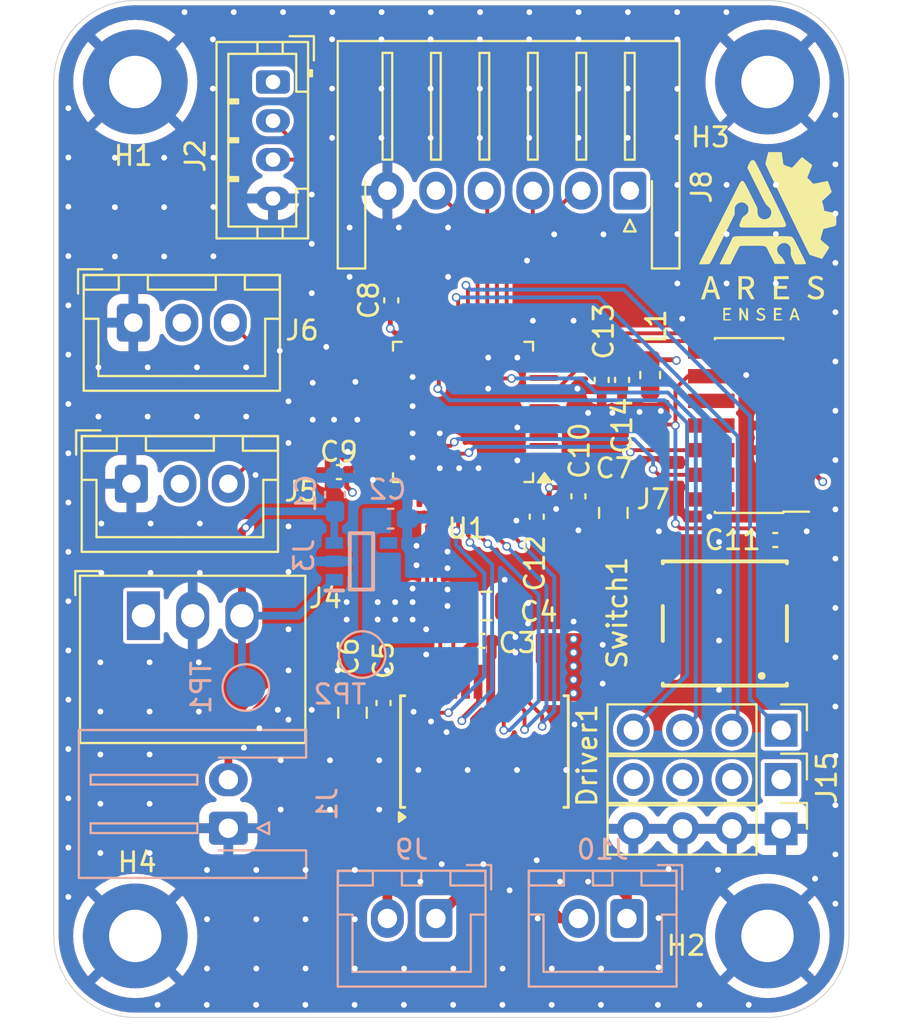
<source format=kicad_pcb>
(kicad_pcb (version 20240108) (generator "pcbnew") (generator_version "8.0")
  (title_block (comment 1 "Les deux erreurs DRC sont normales  : on prendra des pinheader 3x4 "))
  (layers (0 "F.Cu" signal) (1 "In1.Cu" signal) (2 "In2.Cu" signal) (31 "B.Cu" signal) (34 "B.Paste" user) (35 "F.Paste" user) (36 "B.SilkS" user "B.Silkscreen") (37 "F.SilkS" user "F.Silkscreen") (38 "B.Mask" user) (39 "F.Mask" user) (44 "Edge.Cuts" user))
  (net 0 "")
  (net 1 "GND")
  (net 2 "+5V")
  (net 3 "+3.3V")
  (net 4 "+7.5V")
  (net 5 "NRST")
  (net 6 "+3.3VA")
  (net 7 "AIN2")
  (net 8 "BIN2")
  (net 9 "BO2")
  (net 10 "AO1")
  (net 11 "BO1")
  (net 12 "PWMA")
  (net 13 "AIN1")
  (net 14 "BIN1")
  (net 15 "AO2")
  (net 16 "STBY")
  (net 17 "PWMB")
  (net 18 "Triger")
  (net 19 "Echo")
  (net 20 "PWM_Servo2")
  (net 21 "PWM_Servo1")
  (net 23 "SWCLK")
  (net 25 "SWDIO")
  (net 27 "STLINK_TX")
  (net 30 "STLINK_RX")
  (net 31 "IR_2")
  (net 32 "IR_4")
  (net 33 "IR_1")
  (net 34 "IR_3")
  (net 38 "GPIO4")
  (net 40 "GPIO2")
  (net 45 "GPIO1")
  (net 51 "GPIO3")
  (footprint "Connector_PinHeader_2.54mm:PinHeader_1x04_P2.54mm_Vertical" (layer "F.Cu") (at 147.7 80.08 -90)
    (property "Reference" "J14" (hide yes))
    (property "Value" "Conn_01x04")
  )
  (footprint "MountingHole:MountingHole_2.7mm_M2.5_Pad" (layer "F.Cu") (at 147 85.6)
    (property "Reference" "H2")
    (property "Value" "MountingHole_Pad")
  )
  (footprint "Capacitor_SMD:C_0402_1005Metric" (layer "F.Cu") (at 147.4 65.2)
    (property "Reference" "C11")
    (property "Value" "10n")
  )
  (footprint "Connector_PinHeader_1.27mm:PinHeader_2x07_P1.27mm_Vertical_SMD" (layer "F.Cu") (at 146.05 59.3 180)
    (property "Reference" "J7")
    (property "Value" "Conn_ST_STDC14")
  )
  (footprint "Connector_JST:JST_PH_B4B-PH-K_1x04_P2.00mm_Vertical" (layer "F.Cu") (at 121.5 41.6 -90)
    (property "Reference" "J2")
    (property "Value" "Conn_01x04")
  )
  (footprint "Connector_PinHeader_2.54mm:PinHeader_1x04_P2.54mm_Vertical" (layer "F.Cu") (at 147.7 77.54 -90)
    (property "Reference" "J15")
    (property "Value" "Conn_01x04")
  )
  (footprint "boutonSMD_wurth430471025826:430471025826" (layer "F.Cu") (at 144.8 69.5 180)
    (property "Reference" "Switch1")
    (property "Value" "430471025826")
    (property "VALUE" "430471025826" (hide yes))
  )
  (footprint "Inductor_SMD:L_0603_1608Metric" (layer "F.Cu") (at 140.95 56.7 90)
    (property "Reference" "L1")
    (property "Value" "39n")
  )
  (footprint "Converter_DCDC:Converter_DCDC_RECOM_R-78B-2.0_THT" (layer "F.Cu") (at 114.82 69.1)
    (property "Reference" "J4")
    (property "Value" "R-78B5.0-2.0")
  )
  (footprint "Capacitor_SMD:C_0402_1005Metric" (layer "F.Cu") (at 137.25 62.95 -90)
    (property "Reference" "C10")
    (property "Value" "100n")
  )
  (footprint "MountingHole:MountingHole_2.7mm_M2.5_Pad" (layer "F.Cu") (at 114.4 41.6)
    (property "Reference" "H1")
    (property "Value" "MountingHole_Pad")
  )
  (footprint "Capacitor_SMD:C_0402_1005Metric" (layer "F.Cu") (at 135.1 64 -90)
    (property "Reference" "C12")
    (property "Value" "100n")
  )
  (footprint "Capacitor_SMD:C_0805_2012Metric" (layer "F.Cu") (at 132.5 68.6)
    (property "Reference" "C4")
    (property "Value" "10u")
  )
  (footprint "Package_SO:SSOP-24_5.3x8.2mm_P0.65mm" (layer "F.Cu") (at 132.4 76.1 90)
    (property "Reference" "Driver1")
    (property "Value" "TB6612FNG")
  )
  (footprint "Connector_JST:JST_XH_B3B-XH-A_1x03_P2.50mm_Vertical" (layer "F.Cu") (at 114.2 62.3)
    (property "Reference" "J5")
    (property "Value" "Conn_01x03")
  )
  (footprint "Capacitor_SMD:C_0402_1005Metric" (layer "F.Cu") (at 139.5 56.95 -90)
    (property "Reference" "C14")
    (property "Value" "1u")
  )
  (footprint "Connector_JST:JST_XH_B3B-XH-A_1x03_P2.50mm_Vertical" (layer "F.Cu") (at 114.3 54)
    (property "Reference" "J6")
    (property "Value" "Conn_01x03")
  )
  (footprint "Connector_PinHeader_2.54mm:PinHeader_1x04_P2.54mm_Vertical" (layer "F.Cu") (at 147.7 75 -90)
    (property "Reference" "J11" (hide yes))
    (property "Value" "Conn_01x04")
  )
  (footprint "Capacitor_SMD:C_0402_1005Metric" (layer "F.Cu") (at 127.2 73.6 -90)
    (property "Reference" "C5")
    (property "Value" "100n")
  )
  (footprint "Capacitor_SMD:C_0402_1005Metric" (layer "F.Cu") (at 132.3 70.4)
    (property "Reference" "C3")
    (property "Value" "100n")
  )
  (footprint "MountingHole:MountingHole_2.7mm_M2.5_Pad" (layer "F.Cu") (at 147 41.6)
    (property "Reference" "H3")
    (property "Value" "MountingHole_Pad")
  )
  (footprint "Capacitor_SMD:C_0402_1005Metric" (layer "F.Cu") (at 127.6 52.85 90)
    (property "Reference" "C8")
    (property "Value" "100n")
  )
  (footprint "Capacitor_SMD:C_0805_2012Metric" (layer "F.Cu") (at 125.6 74.1 -90)
    (property "Reference" "C6")
    (property "Value" "10u")
  )
  (footprint "logoares:logoares" (layer "F.Cu") (at 146.85 49.8)
    (property "Reference" "G***" (hide yes))
    (property "Value" "LOGO" (hide yes))
  )
  (footprint "Capacitor_SMD:C_0402_1005Metric" (layer "F.Cu") (at 124.9 61.7 180)
    (property "Reference" "C9")
    (property "Value" "100n")
  )
  (footprint "Package_QFP:LQFP-48_7x7mm_P0.5mm" (layer "F.Cu") (at 131.3 58.6 180)
    (property "Reference" "U1")
    (property "Value" "STM32L552CCTx")
  )
  (footprint "MountingHole:MountingHole_2.7mm_M2.5_Pad" (layer "F.Cu") (at 114.4 85.6)
    (property "Reference" "H4")
    (property "Value" "MountingHole_Pad")
  )
  (footprint "Connector_JST:JST_XH_S6B-XH-A-1_1x06_P2.50mm_Horizontal" (layer "F.Cu") (at 139.9 47.2 180)
    (property "Reference" "J8")
    (property "Value" "Conn_01x06")
  )
  (footprint "Capacitor_SMD:C_0402_1005Metric" (layer "F.Cu") (at 138.45 56.95 -90)
    (property "Reference" "C13")
    (property "Value" "10n")
  )
  (footprint "Capacitor_SMD:C_0805_2012Metric" (layer "F.Cu") (at 139.05 63.8 -90)
    (property "Reference" "C7")
    (property "Value" "4u7")
  )
  (footprint "TestPoint:TestPoint_Pad_D2.0mm" (layer "B.Cu") (at 126.1 71.1 180)
    (property "Reference" "TP2")
    (property "Value" "TestPoint")
  )
  (footprint "Connector_JST:JST_XH_B2B-XH-A_1x02_P2.50mm_Vertical" (layer "B.Cu") (at 129.9 84.7 180)
    (property "Reference" "J9")
    (property "Value" "Conn_01x02")
  )
  (footprint "Connector_JST:JST_XH_S2B-XH-A-1_1x02_P2.50mm_Horizontal" (layer "B.Cu") (at 119.2 80.05 90)
    (property "Reference" "J1")
    (property "Value" "Conn_01x02")
  )
  (footprint "TestPoint:TestPoint_Pad_D2.0mm" (layer "B.Cu") (at 120.1 72.8 180)
    (property "Reference" "TP1")
    (property "Value" "TestPoint")
  )
  (footprint "Connector_JST:JST_XH_B2B-XH-A_1x02_P2.50mm_Vertical" (layer "B.Cu") (at 139.75 84.7 180)
    (property "Reference" "J10")
    (property "Value" "Conn_01x02")
  )
  (footprint "BU33SD5WG-TR:SOT95P280X125-5N" (layer "B.Cu") (at 126.0625 66.3)
    (property "Reference" "J3")
    (property "Value" "BU33SD5WG-TR")
  )
  (footprint "Capacitor_SMD:C_0603_1608Metric_Pad1.08x0.95mm_HandSolder" (layer "B.Cu") (at 127.5625 64.1)
    (property "Reference" "C2")
    (property "Value" "1uF")
  )
  (footprint "Capacitor_SMD:C_0603_1608Metric_Pad1.08x0.95mm_HandSolder" (layer "B.Cu") (at 124.7 62.8625 90)
    (property "Reference" "C1")
    (property "Value" "1uF")
  )
  (gr_arc (start 110.2 41.6) (mid 111.430152 38.630152) (end 114.4 37.4) (stroke (width 0.05)) (layer "Edge.Cuts"))
  (gr_line (start 147 37.4) (end 114.4 37.4) (stroke (width 0.05)) (layer "Edge.Cuts"))
  (gr_arc (start 114.4 89.8) (mid 111.430152 88.569848) (end 110.2 85.6) (stroke (width 0.05)) (layer "Edge.Cuts"))
  (gr_line (start 114.4 89.8) (end 147 89.8) (stroke (width 0.05)) (layer "Edge.Cuts"))
  (gr_arc (start 147 37.4) (mid 149.969848 38.630152) (end 151.2 41.6) (stroke (width 0.05)) (layer "Edge.Cuts"))
  (gr_line (start 151.2 85.6) (end 151.2 41.6) (stroke (width 0.05)) (layer "Edge.Cuts"))
  (gr_arc (start 151.2 85.6) (mid 149.969848 88.569848) (end 147 89.8) (stroke (width 0.05)) (layer "Edge.Cuts"))
  (gr_line (start 110.2 41.6) (end 110.2 85.6) (stroke (width 0.05)) (layer "Edge.Cuts"))
  (via (at 150.5 71.24) (size 0.45) (drill 0.3) (layers "F.Cu" "B.Cu") (net 1))
  (via (at 150.5 61.08) (size 0.45) (drill 0.3) (layers "F.Cu" "B.Cu") (net 1))
  (via (at 125.3 69.3) (size 0.45) (drill 0.3) (layers "F.Cu" "B.Cu") (net 1))
  (via (at 123.55 57.1) (size 0.45) (drill 0.3) (layers "F.Cu" "B.Cu") (net 1))
  (via (at 132.17 39.4) (size 0.45) (drill 0.3) (layers "F.Cu" "B.Cu") (net 1))
  (via (at 134.71 41.94) (size 0.45) (drill 0.3) (layers "F.Cu" "B.Cu") (net 1))
  (via (at 124.55 39.4) (size 0.45) (drill 0.3) (layers "F.Cu" "B.Cu") (net 1))
  (via (at 129.4 71.1) (size 0.45) (drill 0.3) (layers "F.Cu" "B.Cu") (net 1))
  (via (at 135.87 89.15) (size 0.45) (drill 0.3) (layers "F.Cu" "B.Cu") (net 1))
  (via (at 128.7 60.95) (size 0.45) (drill 0.3) (layers "F.Cu" "B.Cu") (net 1))
  (via (at 118.09 89.15) (size 0.45) (drill 0.3) (layers "F.Cu" "B.Cu") (net 1))
  (via (at 113.35 48.05) (size 0.45) (drill 0.3) (layers "F.Cu" "B.Cu") (net 1))
  (via (at 133.34 87.28) (size 0.45) (drill 0.3) (layers "F.Cu" "B.Cu") (net 1))
  (via (at 110.95 53.11) (size 0.45) (drill 0.3) (layers "F.Cu" "B.Cu") (net 1))
  (via (at 120.63 89.15) (size 0.45) (drill 0.3) (layers "F.Cu" "B.Cu") (net 1))
  (via (at 130.8 87.28) (size 0.45) (drill 0.3) (layers "F.Cu" "B.Cu") (net 1))
  (via (at 138.5 70.6) (size 0.45) (drill 0.3) (layers "F.Cu" "B.Cu") (net 1))
  (via (at 110.95 55.65) (size 0.45) (drill 0.3) (layers "F.Cu" "B.Cu") (net 1))
  (via (at 122.02 38) (size 0.45) (drill 0.3) (layers "F.Cu" "B.Cu") (net 1))
  (via (at 134.72 38) (size 0.45) (drill 0.3) (layers "F.Cu" "B.Cu") (net 1))
  (via (at 130.5 65.8) (size 0.45) (drill 0.3) (layers "F.Cu" "B.Cu") (net 1))
  (via (at 123.55 59) (size 0.45) (drill 0.3) (layers "F.Cu" "B.Cu") (net 1))
  (via (at 129.63 44.48) (size 0.45) (drill 0.3) (layers "F.Cu" "B.Cu") (net 1))
  (via (at 117.68 74.04) (size 0.45) (drill 0.3) (layers "F.Cu" "B.Cu") (net 1))
  (via (at 149.02 64.75) (size 0.45) (drill 0.3) (layers "F.Cu" "B.Cu") (net 1))
  (via (at 115.89 48.05) (size 0.45) (drill 0.3) (layers "F.Cu" "B.Cu") (net 1))
  (via (at 129 77.05) (size 0.45) (drill 0.3) (layers "F.Cu" "B.Cu") (net 1))
  (via (at 137.05 74.7) (size 0.45) (drill 0.3) (layers "F.Cu" "B.Cu") (net 1))
  (via (at 122.3 74.46) (size 0.45) (drill 0.3) (layers "F.Cu" "B.Cu") (net 1))
  (via (at 112.65 64.35) (size 0.45) (drill 0.3) (layers "F.Cu" "B.Cu") (net 1))
  (via (at 112.6 74.04) (size 0.45) (drill 0.3) (layers "F.Cu" "B.Cu") (net 1))
  (via (at 130.79 89.15) (size 0.45) (drill 0.3) (layers "F.Cu" "B.Cu") (net 1))
  (via (at 130.53 51.64) (size 0.45) (drill 0.3) (layers "F.Cu" "B.Cu") (net 1))
  (via (at 135.88 87.28) (size 0.45) (drill 0.3) (layers "F.Cu" "B.Cu") (net 1))
  (via (at 123.5 47.4) (size 0.45) (drill 0.3) (layers "F.Cu" "B.Cu") (net 1))
  (via (at 115.14 81.33) (size 0.45) (drill 0.3) (layers "F.Cu" "B.Cu") (net 1))
  (via (at 136.3 82.8) (size 0.45) (drill 0.3) (layers "F.Cu" "B.Cu") (net 1))
  (via (at 125.45 49.1) (size 0.45) (drill 0.3) (layers "F.Cu" "B.Cu") (net 1))
  (via (at 110.95 75.97) (size 0.45) (drill 0.3) (layers "F.Cu" "B.Cu") (net 1))
  (via (at 122.3 64.5) (size 0.45) (drill 0.3) (layers "F.Cu" "B.Cu") (net 1))
  (via (at 128.75 74.05) (size 0.45) (drill 0.3) (layers "F.Cu" "B.Cu") (net 1))
  (via (at 144.88 38) (size 0.45) (drill 0.3) (layers "F.Cu" "B.Cu") (net 1))
  (via (at 150.5 68.7) (size 0.45) (drill 0.3) (layers "F.Cu" "B.Cu") (net 1))
  (via (at 142.35 41.95) (size 0.45) (drill 0.3) (layers "F.Cu" "B.Cu") (net 1))
  (via (at 139.79 41.94) (size 0.45) (drill 0.3) (layers "F.Cu" "B.Cu") (net 1))
  (via (at 123.18 87.28) (size 0.45) (drill 0.3) (layers "F.Cu" "B.Cu") (net 1))
  (via (at 137.25 44.48) (size 0.45) (drill 0.3) (layers "F.Cu" "B.Cu") (net 1))
  (via (at 136 49.45) (size 0.45) (drill 0.3) (layers "F.Cu" "B.Cu") (net 1))
  (via (at 134.1 59.4) (size 0.45) (drill 0.3) (layers "F.Cu" "B.Cu") (net 1))
  (via (at 118.43 48.04) (size 0.45) (drill 0.3) (layers "F.Cu" "B.Cu") (net 1))
  (via (at 138.41 89.15) (size 0.45) (drill 0.3) (layers "F.Cu" "B.Cu") (net 1))
  (via (at 124.84 71.92) (size 0.45) (drill 0.3) (layers "F.Cu" "B.Cu") (net 1))
  (via (at 122.3 71.92) (size 0.45) (drill 0.3) (layers "F.Cu" "B.Cu") (net 1))
  (via (at 112.65 66.89) (size 0.45) (drill 0.3) (layers "F.Cu" "B.Cu") (net 1))
  (via (at 131.54 77.05) (size 0.45) (drill 0.3) (layers "F.Cu" "B.Cu") (net 1))
  (via (at 137.25 39.4) (size 0.45) (drill 0.3) (layers "F.Cu" "B.Cu") (net 1))
  (via (at 125.72 84.74) (size 0.45) (drill 0.3) (layers "F.Cu" "B.Cu") (net 1))
  (via (at 150.5 73.78) (size 0.45) (drill 0.3) (layers "F.Cu" "B.Cu") (net 1))
  (via (at 115.04 56.3) (size 0.45) (drill 0.3) (layers "F.Cu" "B.Cu") (net 1))
  (via (at 118.43 50.58) (size 0.45) (drill 0.3) (layers "F.Cu" "B.Cu") (net 1))
  (via (at 150.5 81.4) (size 0.45) (drill 0.3) (layers "F.Cu" "B.Cu") (net 1))
  (via (at 149.45 82.65) (size 0.45) (drill 0.3) (layers "F.Cu" "B.Cu") (net 1))
  (via (at 150.5 43.3) (size 0.45) (drill 0.3) (layers "F.Cu" "B.Cu") (net 1))
  (via (at 110.95 83.59) (size 0.45) (drill 0.3) (layers "F.Cu" "B.Cu") (net 1))
  (via (at 144.5 67.84) (size 0.45) (drill 0.3) (layers "F.Cu" "B.Cu") (net 1))
  (via (at 123.5 52.48) (size 0.45) (drill 0.3) (layers "F.Cu" "B.Cu") (net 1))
  (via (at 150.5 76.32) (size 0.45) (drill 0.3) (layers "F.Cu" "B.Cu") (net 1))
  (via (at 147.43 51.98) (size 0.45) (drill 0.3) (layers "F.Cu" "B.Cu") (net 1))
  (via (at 130.45 75.1) (size 0.45) (drill 0.3) (layers "F.Cu" "B.Cu") (net 1))
  (via (at 112.6 78.79) (size 0.45) (drill 0.3) (layers "F.Cu" "B.Cu") (net 1))
  (via (at 136.1 63.6) (size 0.45) (drill 0.3) (layers "F.Cu" "B.Cu") (net 1))
  (via (at 144.45 82.2) (size 0.45) (drill 0.3) (layers "F.Cu" "B.Cu") (net 1))
  (via (at 117.73 66.89) (size 0.45) (drill 0.3) (layers "F.Cu" "B.Cu") (net 1))
  (via (at 150.5 78.86) (size 0.45) (drill 0.3) (layers "F.Cu" "B.Cu") (net 1))
  (via (at 134.65 68.45) (size 0.45) (drill 0.3) (layers "F.Cu" "B.Cu") (net 1))
  (via (at 113.35 50.59) (size 0.45) (drill 0.3) (layers "F.Cu" "B.Cu") (net 1))
  (via (at 139.8 38) (size 0.45) (drill 0.3) (layers "F.Cu" "B.Cu") (net 1))
  (via (at 126.98 76.55) (size 0.45) (drill 0.3) (layers "F.Cu" "B.Cu") (net 1))
  (via (at 118.1 87.28) (size 0.45) (drill 0.3) (layers "F.Cu" "B.Cu") (net 1))
  (via (at 110.95 78.51) (size 0.45) (drill 0.3) (layers "F.Cu" "B.Cu") (net 1))
  (via (at 129.1 82.8) (size 0.45) (drill 0.3) (layers "F.Cu" "B.Cu") (net 1))
  (via (at 118.43 45.5) (size 0.45) (drill 0.3) (layers "F.Cu" "B.Cu") (net 1))
  (via (at 150.5 50.92) (size 0.45) (drill 0.3) (layers "F.Cu" "B.Cu") (net 1))
  (via (at 118.1 84.74) (size 0.45) (drill 0.3) (layers "F.Cu" "B.Cu") (net 1))
  (via (at 110.95 63.27) (size 0.45) (drill 0.3) (layers "F.Cu" "B.Cu") (net 1))
  (via (at 110.95 45.49) (size 0.45) (drill 0.3) (layers "F.Cu" "B.Cu") (net 1))
  (via (at 110.95 60.73) (size 0.45) (drill 0.3) (layers "F.Cu" "B.Cu") (net 1))
  (via (at 142.35 49.44) (size 0.45) (drill 0.3) (layers "F.Cu" "B.Cu") (net 1))
  (via (at 116.94 38) (size 0.45) (drill 0.3) (layers "F.Cu" "B.Cu") (net 1))
  (via (at 127.1 38) (size 0.45) (drill 0.3) (layers "F.Cu" "B.Cu") (net 1))
  (via (at 134.08 77.05) (size 0.45) (drill 0.3) (layers "F.Cu" "B.Cu") (net 1))
  (via (at 117.58 56.3) (size 0.45) (drill 0.3) (layers "F.Cu" "B.Cu") (net 1))
  (via (at 141.38 84.68) (size 0.45) (drill 0.3) (layers "F.Cu" "B.Cu") (net 1))
  (via (at 142.35 44.45) (size 0.45) (drill 0.3) (layers "F.Cu" "B.Cu") (net 1))
  (via (at 110.95 58.19) (size 0.45) (drill 0.3) (layers "F.Cu" "B.Cu") (net 1))
  (via (at 122.3 60.2) (size 0.45) (drill 0.3) (layers "F.Cu" "B.Cu") (net 1))
  (via (at 118.1 82.2) (size 0.45) (drill 0.3) (layers "F.Cu" "B.Cu") (net 1))
  (via (at 144.89 51.98) (size 0.45) (drill 0.3) (layers "F.Cu" "B.Cu") (net 1))
  (via (at 134.05 64.2) (size 0.45) (drill 0.3) (layers "F.Cu" "B.Cu") (net 1))
  (via (at 129.63 41.94) (size 0.45) (drill 0.3) (layers "F.Cu" "B.Cu") (net 1))
  (via (at 123.17 89.15) (size 0.45) (drill 0.3) (layers "F.Cu" "B.Cu") (net 1))
  (via (at 139 58.65) (size 0.45) (drill 0.3) (layers "F.Cu" "B.Cu") (net 1))
  (via (at 120.64 82.2) (size 0.45) (drill 0.3) (layers "F.Cu" "B.Cu") (net 1))
  (via (at 110.95 70.89) (size 0.45) (drill 0.3) (layers "F.Cu" "B.Cu") (net 1))
  (via (at 150.5 83.94) (size 0.45) (drill 0.3) (layers "F.Cu" "B.Cu") (net 1))
  (via (at 115.04 58.84) (size 0.45) (drill 0.3) (layers "F.Cu" "B.Cu") (net 1))
  (via (at 122.3 66.84) (size 0.45) (drill 0.3) (layers "F.Cu" "B.Cu") (net 1))
  (via (at 125.72 82.2) (size 0.45) (drill 0.3) (layers "F.Cu" "B.Cu") (net 1))
  (via (at 127.09 41.94) (size 0.45) (drill 0.3) (layers "F.Cu" "B.Cu") (net 1))
  (via (at 141.35 89.15) (size 0.45) (drill 0.3) (layers "F.Cu" "B.Cu") (net 1))
  (via (at 128.9 65.5) (size 0.45) (drill 0.3) (layers "F.Cu" "B.Cu") (net 1))
  (via (at 128.9 66.5) (size 0.45) (drill 0.3) (layers "F.Cu" "B.Cu") (net 1))
  (via (at 125.72 87.28) (size 0.45) (drill 0.3) (layers "F.Cu" "B.Cu") (net 1))
  (via (at 150.5 56) (size 0.45) (drill 0.3) (layers "F.Cu" "B.Cu") (net 1))
  (via (at 141.5 58.55) (size 0.45) (drill 0.3) (layers "F.Cu" "B.Cu") (net 1))
  (via (at 110.95 81.05) (size 0.45) (drill 0.3) (layers "F.Cu" "B.Cu") (net 1))
  (via (at 123.18 84.74) (size 0.45) (drill 0.3) (layers "F.Cu" "B.Cu") (net 1))
  (via (at 115.89 45.5) (size 0.45) (drill 0.3) (layers "F.Cu" "B.Cu") (net 1))
  (via (at 117.58 58.84) (size 0.45) (drill 0.3) (layers "F.Cu" "B.Cu") (net 1))
  (via (at 130.53 49.1) (size 0.45) (drill 0.3) (layers "F.Cu" "B.Cu") (net 1))
  (via (at 127.09 44.48) (size 0.45) (drill 0.3) (layers "F.Cu" "B.Cu") (net 1))
  (via (at 135.15 84.7) (size 0.45) (drill 0.3) (layers "F.Cu" "B.Cu") (net 1))
  (via (at 118.4 39.4) (size 0.45) (drill 0.3) (layers "F.Cu" "B.Cu") (net 1))
  (via (at 120.12 56.3) (size 0.45) (drill 0.3) (layers "F.Cu" "B.Cu") (net 1))
  (via (at 146.03 89.15) (size 0.45) (drill 0.3) (layers "F.Cu" "B.Cu") (net 1))
  (via (at 121.75 73.95) (size 0.45) (drill 0.3) (layers "F.Cu" "B.Cu") (net 1))
  (via (at 133.7 83.25) (size 0.45) (drill 0.3) (layers "F.Cu" "B.Cu") (net 1))
  (via (at 128.7 56.8) (size 0.45) (drill 0.3) (layers "F.Cu" "B.Cu") (net 1))
  (via (at 112.5 58.84) (size 0.45) (drill 0.3) (layers "F.Cu" "B.Cu") (net 1))
  (via (at 144.89 49.44) (size 0.45) (drill 0.3) (layers "F.Cu" "B.Cu") (net 1))
  (via (at 115.19 66.89) (size 0.45) (drill 0.3) (layers "F.Cu" "B.Cu") (net 1))
  (via (at 113.35 45.5) (size 0.45) (drill 0.3) (layers "F.Cu" "B.Cu") (net 1))
  (via (at 120.64 84.74) (size 0.45) (drill 0.3) (layers "F.Cu" "B.Cu") (net 1))
  (via (at 125.71 89.15) (size 0.45) (drill 0.3) (layers "F.Cu" "B.Cu") (net 1))
  (via (at 142.6 53.8) (size 0.45) (drill 0.3) (layers "F.Cu" "B.Cu") (net 1))
  (via (at 144.89 46.9) (size 0.45) (drill 0.3) (layers "F.Cu" "B.Cu") (net 1))
  (via (at 124.44 76.55) (size 0.45) (drill 0.3) (layers "F.Cu" "B.Cu") (net 1))
  (via (at 132.1 61.5) (size 0.45) (drill 0.3) (layers "F.Cu" "B.Cu") (net 1))
  (via (at 126.98 79.09) (size 0.45) (drill 0.3) (layers "F.Cu" "B.Cu") (net 1))
  (via (at 137.2 57.4) (size 0.45) (drill 0.3) (layers "F.Cu" "B.Cu") (net 1))
  (via (at 150.5 45.84) (size 0.45) (drill 0.3) (layers "F.Cu" "B.Cu") (net 1))
  (via (at 124.25 55.25) (size 0.45) (drill 0.3) (layers "F.Cu" "B.Cu") (net 1))
  (via (at 129.65 74.55) (size 0.45) (drill 0.3) (layers "F.Cu" "B.Cu") (net 1))
  (via (at 125.45 51.64) (size 0.45) (drill 0.3) (layers "F.Cu" "B.Cu") (net 1))
  (via (at 138.54 49.45) (size 0.45) (drill 0.3) (layers "F.Cu" "B.Cu") (net 1))
  (via (at 135.1 81.7) (size 0.45) (drill 0.3) (layers "F.Cu" "B.Cu") (net 1))
  (via (at 121.85 55.45) (size 0.45) (drill 0.3) (layers "F.Cu" "B.Cu") (net 1))
  (via (at 132.6 57.4) (size 0.45) (drill 0.3) (layers "F.Cu" "B.Cu") (net 1))
  (via (at 124.55 41.94) (size 0.45) (drill 0.3) (layers "F.Cu" "B.Cu") (net 1))
  (via (at 137.25 64.7) (size 0.45) (drill 0.3) (layers "F.Cu" "B.Cu") (net 1))
  (via (at 137.75 58.65) (size 0.45) (drill 0.3) (layers "F.Cu" "B.Cu") (net 1))
  (via (at 139.79 44.48) (size 0.45) (drill 0.3) (layers "F.Cu" "B.Cu") (net 1))
  (via (at 118.4 41.94) (size 0.45) (drill 0.3) (layers "F.Cu" "B.Cu") (net 1))
  (via (at 144.5 72.92) (size 0.45) (drill 0.3) (layers "F.Cu" "B.Cu") (net 1))
  (via (at 129.64 38) (size 0.45) (drill 0.3) (layers "F.Cu" "B.Cu") (net 1))
  (via (at 122.3 58.05) (size 0.45) (drill 0.3) (layers "F.Cu" "B.Cu") (net 1))
  (via (at 147.43 49.44) (size 0.45) (drill 0.3) (layers "F.Cu" "B.Cu") (net 1))
  (via (at 142.35 39.4) (size 0.45) (drill 0.3) (layers "F.Cu" "B.Cu") (net 1))
  (via (at 134.71 39.4) (size 0.45) (drill 0.3) (layers "F.Cu" "B.Cu") (net 1))
  (via (at 150.5 48.38) (size 0.45) (drill 0.3) (layers "F.Cu" "B.Cu") (net 1))
  (via (at 130.1 59.7) (size 0.45) (drill 0.3) (layers "F.Cu" "B.Cu") (net 1))
  (via (at 127.09 39.4) (size 0.45) (drill 0.3) (layers "F.Cu" "B.Cu") (net 1))
  (via (at 134.65 69.5) (size 0.45) (drill 0.3) (layers "F.Cu" "B.Cu") (net 1))
  (via (at 124.44 79.09) (size 0.45) (drill 0.3) (layers "F.Cu" "B.Cu") (net 1))
  (via (at 122.3 69.8) (size 0.45) (drill 0.3) (layers "F.Cu" "B.Cu") (net 1))
  (via (at 115.89 50.59) (size 0.45) (drill 0.3) (layers "F.Cu" "B.Cu") (net 1))
  (via (at 145.9 56.7) (size 0.45) (drill 0.3) (layers "F.Cu" "B.Cu") (net 1))
  (via (at 123.5 73.95) (size 0.45) (drill 0.3) (layers "F.Cu" "B.Cu") (net 1))
  (via (at 137 69.4) (size 0.45) (drill 0.3) (layers "F.Cu" "B.Cu") (net 1))
  (via (at 115.55 89.15) (size 0.45) (drill 0.3) (layers "F.Cu" "B.Cu") (net 1))
  (via (at 144.5 70.38) (size 0.45) (drill 0.3) (layers "F.Cu" "B.Cu") (net 1))
  (via (at 120.6 61.85) (size 0.45) (drill 0.3) (layers "F.Cu" "B.Cu") (net 1))
  (via (at 134 70.2) (size 0.45) (drill 0.3) (layers "F.Cu" "B.Cu") (net 1))
  (via (at 123.5 49.94) (size 0.45) (drill 0.3) (layers "F.Cu" "B.Cu") (net 1))
  (via (at 142.34 38) (size 0.45) (drill 0.3) (layers "F.Cu" "B.Cu") (net 1))
  (via (at 150.5 63.62) (size 0.45) (drill 0.3) (layers "F.Cu" "B.Cu") (net 1))
  (via (at 150.5 53.46) (size 0.45) (drill 0.3) (layers "F.Cu" "B.Cu") (net 1))
  (via (at 115.14 78.79) (size 0.45) (drill 0.3) (layers "F.Cu" "B.Cu") (net 1))
  (via (at 137 53.9) (size 0.45) (drill 0.3) (layers "F.Cu" "B.Cu") (net 1))
  (via (at 124.56 38) (size 0.45) (drill 0.3) (layers "F.Cu" "B.Cu") (net 1))
  (via (at 131.1 61.5) (size 0.45) (drill 0.3) (layers "F.Cu" "B.Cu") (net 1))
  (via (at 115.14 76.25) (size 0.45) (drill 0.3) (layers "F.Cu" "B.Cu") (net 1))
  (via (at 127.99 49.1) (size 0.45) (drill 0.3) (layers "F.Cu" "B.Cu") (net 1))
  (via (at 133.33 89.15) (size 0.45) (drill 0.3) (layers "F.Cu" "B.Cu") (net 1))
  (via (at 134.1 55.8) (size 0.45) (drill 0.3) (layers "F.Cu" "B.Cu") (net 1))
  (via (at 119.48 38) (size 0.45) (drill 0.3) (layers "F.Cu" "B.Cu") (net 1))
  (via (at 110.95 65.81) (size 0.45) (drill 0.3) (layers "F.Cu" "B.Cu") (net 1))
  (via (at 128.26 87.28) (size 0.45) (drill 0.3) (layers "F.Cu" "B.Cu") (net 1))
  (via (at 110.95 68.35) (size 0.45) (drill 0.3) (layers "F.Cu" "B.Cu") (net 1))
  (via (at 132.18 38) (size 0.45) (drill 0.3) (layers "F.Cu" "B.Cu") (net 1))
  (via (at 120 75.9) (size 0.45) (drill 0.3) (layers "F.Cu" "B.Cu") (net 1))
  (via (at 134.9 53.9) (size 0.45) (drill 0.3) (layers "F.Cu" "B.Cu") (net 1))
  (via (at 110.95 50.57) (size 0.45) (drill 0.3) (layers "F.Cu" "B.Cu") (net 1))
  (via (at 112.6 71.5) (size 0.45) (drill 0.3) (layers "F.Cu" "B.Cu") (net 1))
  (via (at 141.38 87.22) (size 0.45) (drill 0.3) (layers "F.Cu" "B.Cu") (net 1))
  (via (at 125.35 60.65) (size 0.45) (drill 0.3) (layers "F.Cu" "B.Cu") (net 1))
  (via (at 134 71) (size 0.45) (drill 0.3) (layers "F.Cu" "B.Cu") (net 1))
  (via (at 120.8 74.9) (size 0.45) (drill 0.3) (layers "F.Cu" "B.Cu") (net 1))
  (via (at 147.43 46.9) (size 0.45) (drill 0.3) (layers "F.Cu" "B.Cu") (net 1))
  (via (at 137.75 82.8) (size 0.45) (drill 0.3) (layers "F.Cu" "B.Cu") (net 1))
  (via (at 125.75 57.05) (size 0.45) (drill 0.3) (layers "F.Cu" "B.Cu") (net 1))
  (via (at 130.5 66.65) (size 0.45) (drill 0.3) (layers "F.Cu" "B.Cu") (net 1))
  (via (at 115.14 71.5) (size 0.45) (drill 0.3) (layers "F.Cu" "B.Cu") (net 1))
  (via (at 138.5 72.6) (size 0.45) (drill 0.3) (layers "F.Cu" "B.Cu") (net 1))
  (via (at 124.55 44.48) (size 0.45) (drill 0.3) (layers "F.Cu" "B.Cu") (net 1))
  (via (at 120.64 87.28) (size 0.45) (drill 0.3) (layers "F.Cu" "B.Cu") (net 1))
  (via (at 124.65 59) (size 0.45) (drill 0.3) (layers "F.Cu" "B.Cu") (net 1))
  (via (at 128.7 58.3) (size 0.45) (drill 0.3) (layers "F.Cu" "B.Cu") (net 1))
  (via (at 130.2 81.9) (size 0.45) (drill 0.3) (layers "F.Cu" "B.Cu") (net 1))
  (via (at 134.6 50.8) (size 0.45) (drill 0.3) (layers "F.Cu" "B.Cu") (net 1))
  (via (at 115.19 64.35) (size 0.45) (drill 0.3) (layers "F.Cu" "B.Cu") (net 1))
  (via (at 112.6 81.33) (size 0.45) (drill 0.3) (layers "F.Cu" "B.Cu") (net 1))
  (via (at 123.18 82.2) (size 0.45) (drill 0.3) (layers "F.Cu" "B.Cu") (net 1))
  (via (at 150.5 58.54) (size 0.45) (drill 0.3) (layers "F.Cu" "B.Cu") (net 1))
  (via (at 128.7 59.7) (size 0.45) (drill 0.3) (layers "F.Cu" "B.Cu") (net 1))
  (via (at 121.9 79.09) (size 0.45) (drill 0.3) (layers "F.Cu" "B.Cu") (net 1))
  (via (at 128.25 89.15) (size 0.45) (drill 0.3) (layers "F.Cu" "B.Cu") (net 1))
  (via (at 132.35 81.9) (size 0.45) (drill 0.3) (layers "F.Cu" "B.Cu") (net 1))
  (via (at 141.9 82.15) (size 0.45) (drill 0.3) (layers "F.Cu" "B.Cu") (net 1))
  (via (at 117.73 64.35) (size 0.45) (drill 0.3) (layers "F.Cu" "B.Cu") (net 1))
  (via (at 142.35 46.9) (size 0.45) (drill 0.3) (layers "F.Cu" "B.Cu") (net 1))
  (via (at 130.1 61.5) (size 0.45) (drill 0.3) (layers "F.Cu" "B.Cu") (net 1))
  (via (at 127.38 71.92) (size 0.45) (drill 0.3) (layers "F.Cu" "B.Cu") (net 1))
  (via (at 126.65 62.1) (size 0.45) (drill 0.3) (layers "F.Cu" "B.Cu") (net 1))
  (via (at 133.45 67.25) (size 0.45) (drill 0.3) (layers "F.Cu" "B.Cu") (net 1))
  (via (at 115.14 74.04) (size 0.45) (drill 0.3) (layers "F.Cu" "B.Cu") (net 1))
  (via (at 144 64) (size 0.45) (drill 0.3) (layers "F.Cu" "B.Cu") (net 1))
  (via (at 134.1 61.1) (size 0.45) (drill 0.3) (layers "F.Cu" "B.Cu") (net 1))
  (via (at 143.49 89.15) (size 0.45) (drill 0.3) (layers "F.Cu" "B.Cu") (net 1))
  (via (at 132.6 55.8) (size 0.45) (drill 0.3) (layers "F.Cu" "B.Cu") (net 1))
  (via (at 141.4 64.75) (size 0.45) (drill 0.3) (layers "F.Cu" "B.Cu") (net 1))
  (via (at 142.35 51.98) (size 0.45) (drill 0.3) (layers "F.Cu" "B.Cu") (net 1))
  (via (at 121.9 76.55) (size 0.45) (drill 0.3) (layers "F.Cu" "B.Cu") (net 1))
  (via (at 132.17 44.48) (size 0.45) (drill 0.3) (layers "F.Cu" "B.Cu") (net 1))
  (via (at 137.25 41.94) (size 0.45) (drill 0.3) (layers "F.Cu" "B.Cu") (net 1))
  (via (at 132.17 41.94) (size 0.45) (drill 0.3) (layers "F.Cu" "B.Cu") (net 1))
  (via (at 129.63 39.4) (size 0.45) (drill 0.3) (layers "F.Cu" "B.Cu") (net 1))
  (via (at 117.68 71.5) (size 0.45) (drill 0.3) (layers "F.Cu" "B.Cu") (net 1))
  (via (at 120.12 58.84) (size 0.45) (drill 0.3) (layers "F.Cu" "B.Cu") (net 1))
  (via (at 138.42 87.28) (size 0.45) (drill 0.3) (layers "F.Cu" "B.Cu") (net 1))
  (via (at 110.95 48.03) (size 0.45) (drill 0.3) (layers "F.Cu" "B.Cu") (net 1))
  (via (at 110.95 42.95) (size 0.45) (drill 0.3) (layers "F.Cu" "B.Cu") (net 1))
  (via (at 150.5 66.16) (size 0.45) (drill 0.3) (layers "F.Cu" "B.Cu") (net 1))
  (via (at 112.5 56.3) (size 0.45) (drill 0.3) (layers "F.Cu" "B.Cu") (net 1))
  (via (at 134.71 44.48) (size 0.45) (drill 0.3) (layers "F.Cu" "B.Cu") (net 1))
  (via (at 137.26 38) (size 0.45) (drill 0.3) (layers "F.Cu" "B.Cu") (net 1))
  (via (at 125.85 59) (size 0.45) (drill 0.3) (layers "F.Cu" "B.Cu") (net 1))
  (via (at 136.62 77.05) (size 0.45) (drill 0.3) (layers "F.Cu" "B.Cu") (net 1))
  (via (at 112.6 76.25) (size 0.45) (drill 0.3) (layers "F.Cu" "B.Cu") (net 1))
  (via (at 139.79 39.4) (size 0.45) (drill 0.3) (layers "F.Cu" "B.Cu") (net 1))
  (via (at 140.4 58.6) (size 0.45) (drill 0.3) (layers "F.Cu" "B.Cu") (net 1))
  (via (at 144.5 65.3) (size 0.45) (drill 0.3) (layers "F.Cu" "B.Cu") (net 1))
  (via (at 110.95 73.43) (size 0.45) (drill 0.3) (layers "F.Cu" "B.Cu") (net 1))
  (via (at 125.3 68.4) (size 0.45) (drill 0.3) (layers "F.Cu" "B.Cu") (net 1))
  (segment (start 120.1 64.55) (end 119.9 64.75) (width 0.4) (layer "F.Cu") (net 2))
  (segment (start 119.9 64.75) (end 119.9 69.1) (width 0.4) (layer "F.Cu") (net 2))
  (via (at 120.1 64.55) (size 0.45) (drill 0.3) (layers "F.Cu" "B.Cu") (net 2))
  (segment (start 119.9 72.6) (end 120.1 72.8) (width 0.4) (layer "B.Cu") (net 2))
  (segment (start 122.8125 69.1) (end 124.6625 67.25) (width 0.4) (layer "B.Cu") (net 2))
  (segment (start 120.925 63.725) (end 120.1 64.55) (width 0.4) (layer "B.Cu") (net 2))
  (segment (start 124.6625 63.7625) (end 124.7 63.725) (width 0.4) (layer "B.Cu") (net 2))
  (segment (start 124.7 63.725) (end 120.925 63.725) (width 0.4) (layer "B.Cu") (net 2))
  (segment (start 119.9 69.1) (end 119.9 72.6) (width 0.4) (layer "B.Cu") (net 2))
  (segment (start 119.9 69.1) (end 122.8125 69.1) (width 0.4) (layer "B.Cu") (net 2))
  (segment (start 124.6625 65.35) (end 124.6625 63.7625) (width 0.4) (layer "B.Cu") (net 2))
  (segment (start 130.500001 68.600001) (end 131.549999 68.600001) (width 0.3) (layer "F.Cu") (net 3))
  (segment (start 125.38 61.7) (end 125.73 61.35) (width 0.25) (layer "F.Cu") (net 3))
  (segment (start 134.8075 63.52) (end 134.05 62.7625) (width 0.25) (layer "F.Cu") (net 3))
  (segment (start 142.3 55.95) (end 142.2625 55.9125) (width 0.25) (layer "F.Cu") (net 3))
  (segment (start 131.55 68.6) (end 131.55 70.13) (width 0.3) (layer "F.Cu") (net 3))
  (segment (start 131.425 70.795) (end 131.425 72.5) (width 0.3) (layer "F.Cu") (net 3))
  (segment (start 127.55 53.38) (end 127.6 53.33) (width 0.25) (layer "F.Cu") (net 3))
  (segment (start 131.55 70.13) (end 131.82 70.4) (width 0.3) (layer "F.Cu") (net 3))
  (segment (start 125.6 62.75) (end 125.3 62.45) (width 0.25) (layer "F.Cu") (net 3))
  (segment (start 135.75 62.87) (end 135.1 63.52) (width 0.25) (layer "F.Cu") (net 3))
  (segment (start 135.75 62.5) (end 135.75 61.6375) (width 0.25) (layer "F.Cu") (net 3))
  (segment (start 127.8 54.55) (end 128.4375 54.55) (width 0.25) (layer "F.Cu") (net 3))
  (segment (start 142.2625 55.9125) (end 140.95 55.9125) (width 0.25) (layer "F.Cu") (net 3))
  (segment (start 149.85 62.2) (end 149.49 61.84) (width 0.25) (layer "F.Cu") (net 3))
  (segment (start 137.22 62.5) (end 137.25 62.47) (width 0.25) (layer "F.Cu") (net 3))
  (segment (start 125.73 61.35) (end 127.1375 61.35) (width 0.25) (layer "F.Cu") (net 3))
  (segment (start 127.55 54.3) (end 127.8 54.55) (width 0.25) (layer "F.Cu") (net 3))
  (segment (start 135.75 62.5) (end 137.22 62.5) (width 0.25) (layer "F.Cu") (net 3))
  (segment (start 138.67 62.47) (end 139.05 62.85) (width 0.25) (layer "F.Cu") (net 3))
  (segment (start 135.75 61.6375) (end 135.4625 61.35) (width 0.25) (layer "F.Cu") (net 3))
  (segment (start 135.1 63.52) (end 134.8075 63.52) (width 0.25) (layer "F.Cu") (net 3))
  (segment (start 149.49 61.84) (end 148 61.84) (width 0.25) (layer "F.Cu") (net 3))
  (segment (start 127.55 54.3) (end 127.55 53.38) (width 0.25) (layer "F.Cu") (net 3))
  (segment (start 125.3 62.45) (end 125.3 61.78) (width 0.25) (layer "F.Cu") (net 3))
  (segment (start 135.75 62.5) (end 135.75 62.87) (width 0.25) (layer "F.Cu") (net 3))
  (segment (start 125.3 61.78) (end 125.38 61.7) (width 0.25) (layer "F.Cu") (net 3))
  (segment (start 128.4375 54.55) (end 128.55 54.4375) (width 0.25) (layer "F.Cu") (net 3))
  (segment (start 131.549999 68.600001) (end 131.55 68.6) (width 0.3) (layer "F.Cu") (net 3))
  (segment (start 131.82 70.4) (end 131.425 70.795) (width 0.3) (layer "F.Cu") (net 3))
  (segment (start 137.25 62.47) (end 138.67 62.47) (width 0.25) (layer "F.Cu") (net 3))
  (via (at 127.8 69.3) (size 0.45) (drill 0.3) (layers "F.Cu" "B.Cu") (net 3))
  (via (at 135.75 62.5) (size 0.45) (drill 0.3) (layers "F.Cu" "B.Cu") (net 3))
  (via (at 129.4 69.8) (size 0.45) (drill 0.3) (layers "F.Cu" "B.Cu") (net 3))
  (via (at 127.8 68.4) (size 0.45) (drill 0.3) (layers "F.Cu" "B.Cu") (net 3))
  (via (at 126.9 69.3) (size 0.45) (drill 0.3) (layers "F.Cu" "B.Cu") (net 3))
  (via (at 130.5 67.75) (size 0.45) (drill 0.3) (layers "F.Cu" "B.Cu") (net 3))
  (via (at 128.7 69.3) (size 0.45) (drill 0.3) (layers "F.Cu" "B.Cu") (net 3))
  (via (at 126.9 68.4) (size 0.45) (drill 0.3) (layers "F.Cu" "B.Cu") (net 3))
  (via (at 142.3 55.95) (size 0.45) (drill 0.3) (layers "F.Cu" "B.Cu") (net 3))
  (via (at 128.7 68.4) (size 0.45) (drill 0.3) (layers "F.Cu" "B.Cu") (net 3))
  (via (at 127.55 54.3) (size 0.45) (drill 0.3) (layers "F.Cu" "B.Cu") (net 3))
  (via (at 130.500001 68.600001) (size 0.45) (drill 0.3) (layers "F.Cu" "B.Cu") (net 3))
  (via (at 149.85 62.2) (size 0.45) (drill 0.3) (layers "F.Cu" "B.Cu") (net 3))
  (via (at 125.6 62.75) (size 0.45) (drill 0.3) (layers "F.Cu" "B.Cu") (net 3))
  (via (at 128.7 67.7) (size 0.45) (drill 0.3) (layers "F.Cu" "B.Cu") (net 3))
  (segment (start 126.9 69.3) (end 126.9 70.3) (width 0.2) (layer "B.Cu") (net 3))
  (segment (start 126.9 70.3) (end 126.1 71.1) (width 0.2) (layer "B.Cu") (net 3))
  (segment (start 127.17 73.15) (end 127.2 73.12) (width 0.4) (layer "F.Cu") (net 4))
  (segment (start 125.6 73.15) (end 127.17 73.15) (width 0.4) (layer "F.Cu") (net 4))
  (segment (start 119.2 75.4) (end 121.45 73.15) (width 0.4) (layer "F.Cu") (net 4))
  (segment (start 128.205 73.12) (end 128.825 72.5) (width 0.4) (layer "F.Cu") (net 4))
  (segment (start 127.2 73.12) (end 128.205 73.12) (width 0.4) (layer "F.Cu") (net 4))
  (segment (start 119.2 77.55) (end 119.2 75.4) (width 0.4) (layer "F.Cu") (net 4))
  (segment (start 121.45 73.15) (end 125.6 73.15) (width 0.4) (layer "F.Cu") (net 4))
  (via (at 137 72.4) (size 0.45) (drill 0.3) (layers "F.Cu" "B.Cu") (net 4))
  (via (at 137 73.1) (size 0.45) (drill 0.3) (layers "F.Cu" "B.Cu") (net 4))
  (via (at 137 70.3) (size 0.45) (drill 0.3) (layers "F.Cu" "B.Cu") (net 4))
  (via (at 137 71) (size 0.45) (drill 0.3) (layers "F.Cu" "B.Cu") (net 4))
  (via (at 137 71.7) (size 0.45) (drill 0.3) (layers "F.Cu" "B.Cu") (net 4))
  (segment (start 146.92 65.2) (end 146.92 66.12) (width 0.2) (layer "F.Cu") (net 5))
  (segment (start 142.2 59.25) (end 137.13241 59.25) (width 0.2) (layer "F.Cu") (net 5))
  (segment (start 146.32 64.6) (end 146.92 65.2) (width 0.2) (layer "F.Cu") (net 5))
  (segment (start 142.25 57.4) (end 142.89 56.76) (width 0.2) (layer "F.Cu") (net 5))
  (segment (start 137.13241 59.25) (end 136.23241 58.35) (width 0.2) (layer "F.Cu") (net 5))
  (segment (start 142.89 56.76) (end 144.1 56.76) (width 0.2) (layer "F.Cu") (net 5))
  (segment (start 136.23241 58.35) (end 135.4625 58.35) (width 0.2) (layer "F.Cu") (net 5))
  (segment (start 146.92 66.12) (end 148.3 67.5) (width 0.2) (layer "F.Cu") (net 5))
  (segment (start 142.25 59.3) (end 142.2 59.25) (width 0.2) (layer "F.Cu") (net 5))
  (segment (start 142.25 59.3) (end 142.25 57.4) (width 0.2) (layer "F.Cu") (net 5))
  (segment (start 142.5 64.6) (end 146.32 64.6) (width 0.2) (layer "F.Cu") (net 5))
  (segment (start 142.25 64.35) (end 142.5 64.6) (width 0.2) (layer "F.Cu") (net 5))
  (via (at 142.25 59.3) (size 0.45) (drill 0.3) (layers "F.Cu" "B.Cu") (net 5))
  (via (at 142.25 64.35) (size 0.45) (drill 0.3) (layers "F.Cu" "B.Cu") (net 5))
  (segment (start 142.25 64.35) (end 142.25 59.3) (width 0.2) (layer "B.Cu") (net 5))
  (segment (start 138.45 56.47) (end 139.5 56.47) (width 0.3) (layer "F.Cu") (net 6))
  (segment (start 137.11241 56.47) (end 138.45 56.47) (width 0.2) (layer "F.Cu") (net 6))
  (segment (start 135.4625 57.35) (end 136.23241 57.35) (width 0.2) (layer "F.Cu") (net 6))
  (segment (start 136.23241 57.35) (end 137.11241 56.47) (width 0.2) (layer "F.Cu") (net 6))
  (segment (start 139.9325 56.47) (end 140.95 57.4875) (width 0.3) (layer "F.Cu") (net 6))
  (segment (start 139.5 56.47) (end 139.9325 56.47) (width 0.3) (layer "F.Cu") (net 6))
  (segment (start 130.05 62.7625) (end 130.05 63.884314) (width 0.2) (layer "F.Cu") (net 7))
  (segment (start 130.125 69.709925) (end 130.125 72.5) (width 0.2) (layer "F.Cu") (net 7))
  (segment (start 130.05 63.884314) (end 129.45 64.484314) (width 0.2) (layer "F.Cu") (net 7))
  (segment (start 129.45 69.034925) (end 130.125 69.709925) (width 0.2) (layer "F.Cu") (net 7))
  (segment (start 129.45 64.484314) (end 129.45 69.034925) (width 0.2) (layer "F.Cu") (net 7))
  (segment (start 134.471232 74.971232) (end 134.471232 73.996232) (width 0.2) (layer "F.Cu") (net 8))
  (segment (start 134.471232 73.996232) (end 134.025 73.55) (width 0.2) (layer "F.Cu") (net 8))
  (segment (start 133.553652 65.526383) (end 132.55 64.522731) (width 0.2) (layer "F.Cu") (net 8))
  (segment (start 134.025 73.55) (end 134.025 72.5) (width 0.2) (layer "F.Cu") (net 8))
  (segment (start 132.55 64.522731) (end 132.55 62.7625) (width 0.2) (layer "F.Cu") (net 8))
  (via (at 133.553652 65.526383) (size 0.45) (drill 0.3) (layers "F.Cu" "B.Cu") (net 8))
  (via (at 134.471232 74.971232) (size 0.45) (drill 0.3) (layers "F.Cu" "B.Cu") (net 8))
  (segment (start 134.471232 74.971232) (end 135.6 73.842464) (width 0.2) (layer "B.Cu") (net 8))
  (segment (start 135.6 67.572731) (end 133.553652 65.526383) (width 0.2) (layer "B.Cu") (net 8))
  (segment (start 135.6 73.842464) (end 135.6 67.572731) (width 0.2) (layer "B.Cu") (net 8))
  (segment (start 132.725 79.7) (end 132.725 81.125) (width 0.4) (layer "F.Cu") (net 9))
  (segment (start 133.375 81.775) (end 136.3 84.7) (width 0.5) (layer "F.Cu") (net 9))
  (segment (start 136.3 84.7) (end 137.25 84.7) (width 0.5) (layer "F.Cu") (net 9))
  (segment (start 133.375 79.7) (end 133.375 81.775) (width 0.4) (layer "F.Cu") (net 9))
  (segment (start 132.725 81.125) (end 133.375 81.775) (width 0.4) (layer "F.Cu") (net 9))
  (segment (start 129.475 80.525) (end 128.825 81.175) (width 0.4) (layer "F.Cu") (net 10))
  (segment (start 127.4 82.6) (end 127.4 84.7) (width 0.5) (layer "F.Cu") (net 10))
  (segment (start 128.825 81.175) (end 128.825 79.7) (width 0.4) (layer "F.Cu") (net 10))
  (segment (start 129.475 79.7) (end 129.475 80.525) (width 0.4) (layer "F.Cu") (net 10))
  (segment (start 128.825 81.175) (end 127.4 82.6) (width 0.5) (layer "F.Cu") (net 10))
  (segment (start 135.325 79.7) (end 135.325 80.275) (width 0.4) (layer "F.Cu") (net 11))
  (segment (start 135.975 79.7) (end 135.975 80.925) (width 0.4) (layer "F.Cu") (net 11))
  (segment (start 139.75 83.55) (end 139.75 84.7) (width 0.5) (layer "F.Cu") (net 11))
  (segment (start 136.35 81.3) (end 137.5 81.3) (width 0.5) (layer "F.Cu") (net 11))
  (segment (start 137.5 81.3) (end 139.75 83.55) (width 0.5) (layer "F.Cu") (net 11))
  (segment (start 135.325 80.275) (end 135.975 80.925) (width 0.4) (layer "F.Cu") (net 11))
  (segment (start 135.975 80.925) (end 136.35 81.3) (width 0.5) (layer "F.Cu") (net 11))
  (segment (start 131.05 64.626818) (end 131.05 62.7625) (width 0.2) (layer "F.Cu") (net 12))
  (segment (start 130.55 74.1) (end 130 74.1) (width 0.2) (layer "F.Cu") (net 12))
  (segment (start 130.95 64.726818) (end 131.05 64.626818) (width 0.2) (layer "F.Cu") (net 12))
  (segment (start 129.475 73.575) (end 129.475 72.5) (width 0.2) (layer "F.Cu") (net 12))
  (segment (start 130 74.1) (end 129.475 73.575) (width 0.2) (layer "F.Cu") (net 12))
  (via (at 130.95 64.726818) (size 0.45) (drill 0.3) (layers "F.Cu" "B.Cu") (net 12))
  (via (at 130.55 74.1) (size 0.45) (drill 0.3) (layers "F.Cu" "B.Cu") (net 12))
  (segment (start 132.4 66.91832) (end 130.95 65.46832) (width 0.2) (layer "B.Cu") (net 12))
  (segment (start 130.95 65.46832) (end 130.95 64.726818) (width 0.2) (layer "B.Cu") (net 12))
  (segment (start 130.55 74.1) (end 132.4 72.25) (width 0.2) (layer "B.Cu") (net 12))
  (segment (start 132.4 72.25) (end 132.4 66.91832) (width 0.2) (layer "B.Cu") (net 12))
  (segment (start 129.85 68.869239) (end 129.85 64.65) (width 0.2) (layer "F.Cu") (net 13))
  (segment (start 130.8 69.819239) (end 129.85 68.869239) (width 0.2) (layer "F.Cu") (net 13))
  (segment (start 130.8 72.475) (end 130.8 69.819239) (width 0.2) (layer "F.Cu") (net 13))
  (segment (start 129.85 64.65) (end 130.55 63.95) (width 0.2) (layer "F.Cu") (net 13))
  (segment (start 130.775 72.5) (end 130.8 72.475) (width 0.2) (layer "F.Cu") (net 13))
  (segment (start 130.55 63.95) (end 130.55 62.7625) (width 0.2) (layer "F.Cu") (net 13))
  (segment (start 132.571082 65.392343) (end 132.05 64.871261) (width 0.2) (layer "F.Cu") (net 14))
  (segment (start 133.375 73.575) (end 133.375 72.5) (width 0.2) (layer "F.Cu") (net 14))
  (segment (start 132.05 64.871261) (end 132.05 62.7625) (width 0.2) (layer "F.Cu") (net 14))
  (segment (start 133.4 73.6) (end 133.375 73.575) (width 0.2) (layer "F.Cu") (net 14))
  (segment (start 133.4 75) (end 133.4 73.6) (width 0.2) (layer "F.Cu") (net 14))
  (via (at 132.571082 65.392343) (size 0.45) (drill 0.3) (layers "F.Cu" "B.Cu") (net 14))
  (via (at 133.4 75) (size 0.45) (drill 0.3) (layers "F.Cu" "B.Cu") (net 14))
  (segment (start 135.2 73.5) (end 135.2 68.021261) (width 0.2) (layer "B.Cu") (net 14))
  (segment (start 135.2 68.021261) (end 132.571082 65.392343) (width 0.2) (layer "B.Cu") (net 14))
  (segment (start 133.4 75) (end 133.7 75) (width 0.2) (layer "B.Cu") (net 14))
  (segment (start 133.7 75) (end 135.2 73.5) (width 0.2) (layer "B.Cu") (net 14))
  (segment (start 131.425 81.525) (end 131.425 79.7) (width 0.4) (layer "F.Cu") (net 15))
  (segment (start 131.425 83.175) (end 129.9 84.7) (width 0.5) (layer "F.Cu") (net 15))
  (segment (start 131.425 81.475) (end 131.425 81.525) (width 0.4) (layer "F.Cu") (net 15))
  (segment (start 132.075 79.7) (end 132.075 80.825) (width 0.4) (layer "F.Cu") (net 15))
  (segment (start 132.075 80.825) (end 131.425 81.475) (width 0.4) (layer "F.Cu") (net 15))
  (segment (start 131.425 81.525) (end 131.425 83.175) (width 0.5) (layer "F.Cu") (net 15))
  (segment (start 131.655548 65.042495) (end 131.55 64.936947) (width 0.2) (layer "F.Cu") (net 16))
  (segment (start 131.235996 74.511598) (end 131.235996 74.389004) (width 0.2) (layer "F.Cu") (net 16))
  (segment (start 131.55 64.936947) (end 131.55 62.7625) (width 0.2) (layer "F.Cu") (net 16))
  (segment (start 131.655548 65.325339) (end 131.655548 65.042495) (width 0.2) (layer "F.Cu") (net 16))
  (segment (start 132.075 73.55) (end 132.075 72.5) (width 0.2) (layer "F.Cu") (net 16))
  (segment (start 131.235996 74.389004) (end 132.075 73.55) (width 0.2) (layer "F.Cu") (net 16))
  (via (at 131.235996 74.511598) (size 0.45) (drill 0.3) (layers "F.Cu" "B.Cu") (net 16))
  (via (at 131.655548 65.325339) (size 0.45) (drill 0.3) (layers "F.Cu" "B.Cu") (net 16))
  (segment (start 131.235996 74.511598) (end 132.8 72.947594) (width 0.2) (layer "B.Cu") (net 16))
  (segment (start 132.8 66.469791) (end 131.655548 65.325339) (width 0.2) (layer "B.Cu") (net 16))
  (segment (start 132.8 72.947594) (end 132.8 66.469791) (width 0.2) (layer "B.Cu") (net 16))
  (segment (start 135.380853 74.804075) (end 135.380853 74.255853) (width 0.2) (layer "F.Cu") (net 17))
  (segment (start 133.052319 62.764819) (end 133.05 62.7625) (width 0.2) (layer "F.Cu") (net 17))
  (segment (start 133.052319 64.152319) (end 133.052319 62.764819) (width 0.2) (layer "F.Cu") (net 17))
  (segment (start 134.675 73.55) (end 134.675 72.5) (width 0.2) (layer "F.Cu") (net 17))
  (segment (start 135.380853 74.255853) (end 134.675 73.55) (width 0.2) (layer "F.Cu") (net 17))
  (segment (start 134.35 65.45) (end 133.052319 64.152319) (width 0.2) (layer "F.Cu") (net 17))
  (via (at 134.35 65.45) (size 0.45) (drill 0.3) (layers "F.Cu" "B.Cu") (net 17))
  (via (at 135.380853 74.804075) (size 0.45) (drill 0.3) (layers "F.Cu" "B.Cu") (net 17))
  (segment (start 136 74.00815) (end 136 67.1) (width 0.2) (layer "B.Cu") (net 17))
  (segment (start 135.380853 74.627297) (end 136 74.00815) (width 0.2) (layer "B.Cu") (net 17))
  (segment (start 136 67.1) (end 134.35 65.45) (width 0.2) (layer "B.Cu") (net 17))
  (segment (start 135.380853 74.804075) (end 135.380853 74.627297) (width 0.2) (layer "B.Cu") (net 17))
  (segment (start 127.1375 55.85) (end 126.433276 55.85) (width 0.2) (layer "F.Cu") (net 18))
  (segment (start 126.433276 55.85) (end 124.6 54.016724) (width 0.2) (layer "F.Cu") (net 18))
  (segment (start 124.6 46.7) (end 121.5 43.6) (width 0.2) (layer "F.Cu") (net 18))
  (segment (start 124.6 54.016724) (end 124.6 46.7) (width 0.2) (layer "F.Cu") (net 18))
  (segment (start 124.2 46.865686) (end 124.2 54.18241) (width 0.2) (layer "F.Cu") (net 19))
  (segment (start 124.2 54.18241) (end 126.36759 56.35) (width 0.2) (layer "F.Cu") (net 19))
  (segment (start 121.5 45.6) (end 122.934314 45.6) (width 0.2) (layer "F.Cu") (net 19))
  (segment (start 126.36759 56.35) (end 127.1375 56.35) (width 0.2) (layer "F.Cu") (net 19))
  (segment (start 122.934314 45.6) (end 124.2 46.865686) (width 0.2) (layer "F.Cu") (net 19))
  (segment (start 123.15 58.35) (end 119.2 62.3) (width 0.2) (layer "F.Cu") (net 20))
  (segment (start 127.1375 58.35) (end 123.15 58.35) (width 0.2) (layer "F.Cu") (net 20))
  (segment (start 127.1375 57.85) (end 123.15 57.85) (width 0.2) (layer "F.Cu") (net 21))
  (segment (start 123.15 57.85) (end 119.3 54) (width 0.2) (layer "F.Cu") (net 21))
  (segment (start 128.55 62.7625) (end 128.55 61.99259) (width 0.2) (layer "F.Cu") (net 23))
  (segment (start 128.81759 61.725) (end 128.825 61.725) (width 0.2) (layer "F.Cu") (net 23))
  (segment (start 140.03 60.57) (end 144.1 60.57) (width 0.2) (layer "F.Cu") (net 23))
  (segment (start 131.55 60.75) (end 131.6 60.7) (width 0.2) (layer "F.Cu") (net 23))
  (segment (start 128.55 61.99259) (end 128.81759 61.725) (width 0.2) (layer "F.Cu") (net 23))
  (segment (start 129.8 60.75) (end 131.55 60.75) (width 0.2) (layer "F.Cu") (net 23))
  (segment (start 128.825 61.725) (end 129.8 60.75) (width 0.2) (layer "F.Cu") (net 23))
  (segment (start 139.925735 60.674265) (end 140.03 60.57) (width 0.2) (layer "F.Cu") (net 23))
  (via (at 139.925735 60.674265) (size 0.45) (drill 0.3) (layers "F.Cu" "B.Cu") (net 23))
  (via (at 131.6 60.7) (size 0.45) (drill 0.3) (layers "F.Cu" "B.Cu") (net 23))
  (segment (start 131.9 60.4) (end 131.6 60.7) (width 0.2) (layer "B.Cu") (net 23))
  (segment (start 139.65147 60.4) (end 131.9 60.4) (width 0.2) (layer "B.Cu") (net 23))
  (segment (start 139.925735 60.674265) (end 139.65147 60.4) (width 0.2) (layer "B.Cu") (net 23))
  (segment (start 130.650934 60.35) (end 127.1375 60.35) (width 0.2) (layer "F.Cu") (net 25))
  (segment (start 141.39 61.84) (end 144.1 61.84) (width 0.2) (layer "F.Cu") (net 25))
  (segment (start 141.1 61.55) (end 141.39 61.84) (width 0.2) (layer "F.Cu") (net 25))
  (segment (start 130.850934 60.15) (end 130.650934 60.35) (width 0.2) (layer "F.Cu") (net 25))
  (via (at 130.850934 60.15) (size 0.45) (drill 0.3) (layers "F.Cu" "B.Cu") (net 25))
  (via (at 141.1 61.55) (size 0.45) (drill 0.3) (layers "F.Cu" "B.Cu") (net 25))
  (segment (start 131.000934 60) (end 130.850934 60.15) (width 0.2) (layer "B.Cu") (net 25))
  (segment (start 141.1 61.55) (end 141.1 61) (width 0.2) (layer "B.Cu") (net 25))
  (segment (start 141.1 61) (end 140.1 60) (width 0.2) (layer "B.Cu") (net 25))
  (segment (start 140.1 60) (end 131.000934 60) (width 0.2) (layer "B.Cu") (net 25))
  (segment (start 136.3625 54.95) (end 135.4625 55.85) (width 0.2) (layer "F.Cu") (net 27))
  (segment (start 144.1 55.49) (end 143.56 54.95) (width 0.2) (layer "F.Cu") (net 27))
  (segment (start 143.56 54.95) (end 136.3625 54.95) (width 0.2) (layer "F.Cu") (net 27))
  (segment (start 134.1625 54.55) (end 147.06 54.55) (width 0.2) (layer "F.Cu") (net 30))
  (segment (start 147.06 54.55) (end 148 55.49) (width 0.2) (layer "F.Cu") (net 30))
  (segment (start 134.05 54.4375) (end 134.1625 54.55) (width 0.2) (layer "F.Cu") (net 30))
  (segment (start 133.05 50.684314) (end 133.05 54.4375) (width 0.2) (layer "F.Cu") (net 31))
  (segment (start 134.9 48.834314) (end 133.05 50.684314) (width 0.2) (layer "F.Cu") (net 31))
  (segment (start 134.9 47.2) (end 134.9 48.834314) (width 0.2) (layer "F.Cu") (net 31))
  (segment (start 132.05 54.4375) (end 132.05 49.35) (width 0.2) (layer "F.Cu") (net 32))
  (segment (start 132.05 49.35) (end 129.9 47.2) (width 0.2) (layer "F.Cu") (net 32))
  (segment (start 137.1 47.2) (end 133.55 50.75) (width 0.2) (layer "F.Cu") (net 33))
  (segment (start 137.4 47.2) (end 137.1 47.2) (width 0.2) (layer "F.Cu") (net 33))
  (segment (start 133.55 50.75) (end 133.55 54.4375) (width 0.2) (layer "F.Cu") (net 33))
  (segment (start 132.4 47.2) (end 132.55 47.35) (width 0.2) (layer "F.Cu") (net 34))
  (segment (start 132.55 47.35) (end 132.55 54.4375) (width 0.2) (layer "F.Cu") (net 34))
  (segment (start 130.05 57.35) (end 130.05 54.4375) (width 0.2) (layer "F.Cu") (net 38))
  (segment (start 130 57.4) (end 130.05 57.35) (width 0.2) (layer "F.Cu") (net 38))
  (via (at 130 57.4) (size 0.45) (drill 0.3) (layers "F.Cu" "B.Cu") (net 38))
  (segment (start 140.08 74.92) (end 140.08 75) (width 0.2) (layer "B.Cu") (net 38))
  (segment (start 142.85 59.157537) (end 142.85 72.15) (width 0.2) (layer "B.Cu") (net 38))
  (segment (start 130 57.4) (end 130.6 58) (width 0.2) (layer "B.Cu") (net 38))
  (segment (start 130.6 58) (end 141.692463 58) (width 0.2) (layer "B.Cu") (net 38))
  (segment (start 141.692463 58) (end 142.85 59.157537) (width 0.2) (layer "B.Cu") (net 38))
  (segment (start 142.85 72.15) (end 140.08 74.92) (width 0.2) (layer "B.Cu") (net 38))
  (segment (start 131.05 52.8) (end 131.05 54.4375) (width 0.2) (layer "F.Cu") (net 40))
  (segment (start 130.95 52.7) (end 131.05 52.8) (width 0.2) (layer "F.Cu") (net 40))
  (via (at 130.95 52.7) (size 0.45) (drill 0.3) (layers "F.Cu" "B.Cu") (net 40))
  (segment (start 130.95 52.7) (end 138.307537 52.7) (width 0.2) (layer "B.Cu") (net 40))
  (segment (start 145.46 74.7) (end 145.16 75) (width 0.2) (layer "B.Cu") (net 40))
  (segment (start 138.307537 52.7) (end 145.46 59.852463) (width 0.2) (layer "B.Cu") (net 40))
  (segment (start 145.46 59.852463) (end 145.46 74.7) (width 0.2) (layer "B.Cu") (net 40))
  (segment (start 131.55 52.175499) (end 131.55 54.4375) (width 0.2) (layer "F.Cu") (net 45))
  (segment (start 131.45 52.075499) (end 131.55 52.175499) (width 0.2) (layer "F.Cu") (net 45))
  (via (at 131.45 52.075499) (size 0.45) (drill 0.3) (layers "F.Cu" "B.Cu") (net 45))
  (segment (start 146.1 73.4) (end 147.7 75) (width 0.2) (layer "B.Cu") (net 45))
  (segment (start 131.45 52.075499) (end 131.674501 52.3) (width 0.2) (layer "B.Cu") (net 45))
  (segment (start 139.592463 52.3) (end 146.1 58.807537) (width 0.2) (layer "B.Cu") (net 45))
  (segment (start 146.1 58.807537) (end 146.1 73.4) (width 0.2) (layer "B.Cu") (net 45))
  (segment (start 131.674501 52.3) (end 139.592463 52.3) (width 0.2) (layer "B.Cu") (net 45))
  (segment (start 130.55 55.20741) (end 130.55 54.4375) (width 0.2) (layer "F.Cu") (net 51))
  (segment (start 132.21759 56.875) (end 130.55 55.20741) (width 0.2) (layer "F.Cu") (net 51))
  (segment (start 133.8 56.875) (end 132.21759 56.875) (width 0.2) (layer "F.Cu") (net 51))
  (via (at 133.8 56.875) (size 0.45) (drill 0.3) (layers "F.Cu" "B.Cu") (net 51))
  (segment (start 133.8 56.875) (end 137.417463 56.875) (width 0.2) (layer "B.Cu") (net 51))
  (segment (start 138.142463 57.6) (end 141.858149 57.6) (width 0.2) (layer "B.Cu") (net 51))
  (segment (start 143.3 59.041851) (end 143.3 74.32) (width 0.2) (layer "B.Cu") (net 51))
  (segment (start 137.417463 56.875) (end 138.142463 57.6) (width 0.2) (layer "B.Cu") (net 51))
  (segment (start 143.3 74.32) (end 142.62 75) (width 0.2) (layer "B.Cu") (net 51))
  (segment (start 141.858149 57.6) (end 143.3 59.041851) (width 0.2) (layer "B.Cu") (net 51))
  (zone (net 0) (net_name "") (layer "F.Cu") (connect_pads (clearance 0)) (min_thickness 0.25)
    (keepout (tracks allowed) (vias allowed) (pads allowed) (copperpour not_allowed) (footprints allowed))
    (fill (thermal_gap 0.5) (thermal_bridge_width 0.5))
    (polygon (pts (xy 130.9 46.8) (xy 130.9 47.9) (xy 131.5 47.9) (xy 131.5 46.8)))
  )
  (zone (net 0) (net_name "") (layer "F.Cu") (connect_pads yes (clearance 0)) (min_thickness 0.25)
    (keepout (tracks allowed) (vias allowed) (pads allowed) (copperpour not_allowed) (footprints allowed))
    (fill (thermal_gap 0.5) (thermal_bridge_width 0.5))
    (polygon (pts (xy 139.85 59.55) (xy 139.85 60.25) (xy 142.6 60.25) (xy 142.55 59.55)))
  )
  (zone (net 0) (net_name "") (layer "F.Cu") (connect_pads (clearance 0)) (min_thickness 0.25)
    (keepout (tracks allowed) (vias allowed) (pads allowed) (copperpour not_allowed) (footprints allowed))
    (fill (thermal_gap 0.5) (thermal_bridge_width 0.5))
    (polygon (pts (xy 137.75 63.15) (xy 137.75 63.85) (xy 138.5 63.85) (xy 138.5 63.15)))
  )
  (zone (net 0) (net_name "") (layer "F.Cu") (connect_pads yes (clearance 0)) (min_thickness 0.25)
    (keepout (tracks allowed) (vias allowed) (pads allowed) (copperpour not_allowed) (footprints allowed))
    (fill (thermal_gap 0.5) (thermal_bridge_width 0.5))
    (polygon (pts (xy 134.4 61.85) (xy 134.45 63) (xy 135.35 63) (xy 135.35 61.7) (xy 134.4 61.7)))
  )
  (zone (net 0) (net_name "") (layer "F.Cu") (connect_pads (clearance 0)) (min_thickness 0.25)
    (keepout (tracks allowed) (vias allowed) (pads allowed) (copperpour not_allowed) (footprints allowed))
    (fill (thermal_gap 0.5) (thermal_bridge_width 0.5))
    (polygon (pts (xy 135.9 46.7) (xy 135.9 47.9) (xy 136.6 47.9) (xy 136.6 46.7)))
  )
  (zone (net 0) (net_name "") (layer "F.Cu") (connect_pads yes (clearance 0)) (min_thickness 0.25)
    (keepout (tracks allowed) (vias allowed) (pads allowed) (copperpour not_allowed) (footprints allowed))
    (fill (thermal_gap 0.5) (thermal_bridge_width 0.5))
    (polygon (pts (xy 128.1 52.7) (xy 128.1 53.55) (xy 128.75 53.5) (xy 128.75 52.7)))
  )
  (zone (net 0) (net_name "") (layer "F.Cu") (connect_pads yes (clearance 0)) (min_thickness 0.25)
    (keepout (tracks allowed) (vias allowed) (pads allowed) (copperpour not_allowed) (footprints allowed))
    (fill (thermal_gap 0.5) (thermal_bridge_width 0.5))
    (polygon (pts (xy 134.45 55.5) (xy 135.65 55.5) (xy 135.65 54.85) (xy 134.45 54.85)))
  )
  (zone (net 4) (net_name "+7.5V") (layer "F.Cu") (priority 4) (connect_pads yes (clearance 0.2)) (min_thickness 0.25) (fill yes (thermal_gap 0.5) (thermal_bridge_width 0.5))
    (polygon (pts (xy 135.05 73.5) (xy 137.85 73.5) (xy 137.85 70) (xy 135.05 70)))
  )
  (zone (net 0) (net_name "") (layer "F.Cu") (connect_pads (clearance 0)) (min_thickness 0.25)
    (keepout (tracks allowed) (vias allowed) (pads allowed) (copperpour not_allowed) (footprints allowed))
    (fill (thermal_gap 0.5) (thermal_bridge_width 0.5))
    (polygon (pts (xy 136.55 62.8) (xy 136.55 63.1) (xy 136.05 63.1) (xy 136.05 62.8)))
  )
  (zone (net 0) (net_name "") (layer "F.Cu") (connect_pads (clearance 0)) (min_thickness 0.25)
    (keepout (tracks allowed) (vias allowed) (pads allowed) (copperpour not_allowed) (footprints allowed))
    (fill (thermal_gap 0.5) (thermal_bridge_width 0.5))
    (polygon (pts (xy 132.8 50.3) (xy 133.9 50.3) (xy 134 46.7) (xy 132.8 46.7)))
  )
  (zone (net 0) (net_name "") (layer "F.Cu") (connect_pads yes (clearance 0)) (min_thickness 0.25)
    (keepout (tracks allowed) (vias allowed) (pads allowed) (copperpour not_allowed) (footprints allowed))
    (fill (thermal_gap 0.5) (thermal_bridge_width 0.5))
    (polygon (pts (xy 141.5 56.5) (xy 141.5 57.95) (xy 142.2 58) (xy 142.2 56.3) (xy 141.6 56.25)))
  )
  (zone (net 1) (net_name "GND") (layers "F&B.Cu") (connect_pads (clearance 0.2)) (min_thickness 0.25) (fill yes (thermal_gap 0.5) (thermal_bridge_width 0.5))
    (polygon (pts (xy 110.2 37.4) (xy 151.2 37.4) (xy 151.2 89.8) (xy 110.2 89.8)))
  )
  (zone (net 0) (net_name "") (layer "B.Cu") (connect_pads (clearance 0)) (min_thickness 0.25)
    (keepout (tracks allowed) (vias allowed) (pads allowed) (copperpour not_allowed) (footprints allowed))
    (fill (thermal_gap 0.5) (thermal_bridge_width 0.5))
    (polygon (pts (xy 146.3 74.6) (xy 146.3 75.1) (xy 147.2 75.1) (xy 147.2 74.6)))
  )
  (zone (net 0) (net_name "") (layer "B.Cu") (connect_pads (clearance 0)) (min_thickness 0.25)
    (keepout (tracks allowed) (vias allowed) (pads allowed) (copperpour not_allowed) (footprints allowed))
    (fill (thermal_gap 0.5) (thermal_bridge_width 0.5))
    (polygon (pts (xy 141.3 74.2) (xy 141.3 75) (xy 142.7 75) (xy 142.7 74.2)))
  )
  (zone (net 3) (net_name "+3.3V") (layer "B.Cu") (priority 5) (connect_pads yes (clearance 0.2)) (min_thickness 0.25) (fill yes (thermal_gap 0.5) (thermal_bridge_width 0.5))
    (polygon (pts (xy 126.1 63.55) (xy 126.1 64.65) (xy 126.1 64.7) (xy 126.1 70.55) (xy 132.1 70.5) (xy 132.1 67.35) (xy 128.1 67.35) (xy 128.1 64.85) (xy 127.6 64.85) (xy 127.6 63.55)))
  )
)
</source>
